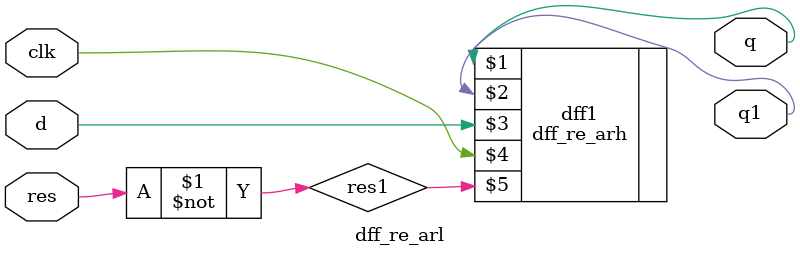
<source format=v>
`include "Hadif_B190513CS_Q01c.v"

module dff_re_arl(output q, q1, input d, clk, res);

wire res1;
nand(res1, res);
dff_re_arh dff1(q, q1, d, clk, res1);

endmodule
</source>
